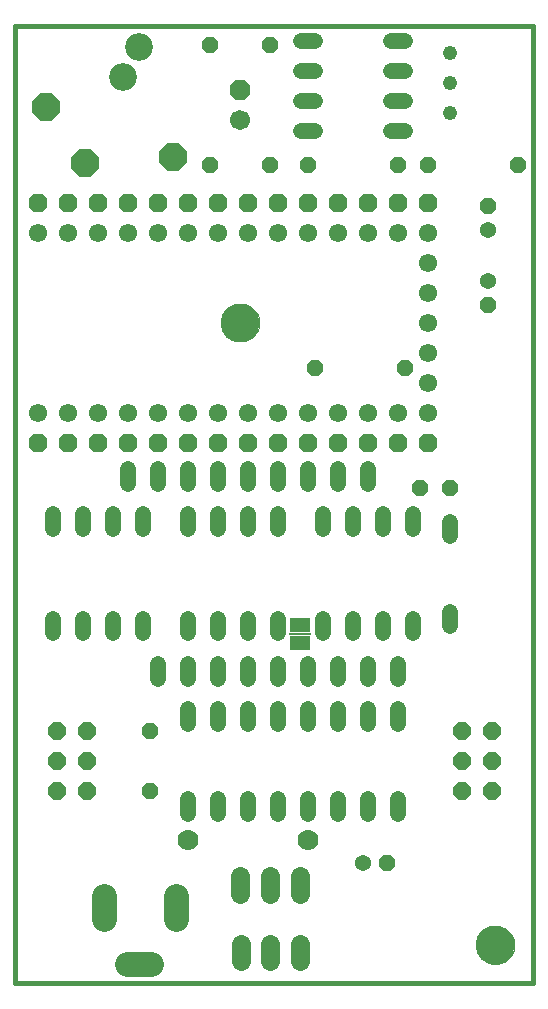
<source format=gts>
G75*
%MOIN*%
%OFA0B0*%
%FSLAX24Y24*%
%IPPOS*%
%LPD*%
%AMOC8*
5,1,8,0,0,1.08239X$1,22.5*
%
%ADD10C,0.0160*%
%ADD11C,0.0000*%
%ADD12C,0.1300*%
%ADD13OC8,0.0520*%
%ADD14OC8,0.0925*%
%ADD15C,0.0925*%
%ADD16C,0.0520*%
%ADD17OC8,0.0670*%
%ADD18C,0.0670*%
%ADD19OC8,0.0540*%
%ADD20C,0.0540*%
%ADD21C,0.0610*%
%ADD22C,0.0827*%
%ADD23C,0.0640*%
%ADD24OC8,0.0580*%
%ADD25C,0.0631*%
%ADD26C,0.0700*%
%ADD27OC8,0.0631*%
%ADD28R,0.0670X0.0500*%
%ADD29R,0.0720X0.0060*%
%ADD30C,0.0490*%
D10*
X003260Y000595D02*
X003260Y032466D01*
X020505Y032466D01*
X020505Y000595D01*
X003260Y000595D01*
D11*
X010130Y022595D02*
X010132Y022645D01*
X010138Y022695D01*
X010148Y022744D01*
X010162Y022792D01*
X010179Y022839D01*
X010200Y022884D01*
X010225Y022928D01*
X010253Y022969D01*
X010285Y023008D01*
X010319Y023045D01*
X010356Y023079D01*
X010396Y023109D01*
X010438Y023136D01*
X010482Y023160D01*
X010528Y023181D01*
X010575Y023197D01*
X010623Y023210D01*
X010673Y023219D01*
X010722Y023224D01*
X010773Y023225D01*
X010823Y023222D01*
X010872Y023215D01*
X010921Y023204D01*
X010969Y023189D01*
X011015Y023171D01*
X011060Y023149D01*
X011103Y023123D01*
X011144Y023094D01*
X011183Y023062D01*
X011219Y023027D01*
X011251Y022989D01*
X011281Y022949D01*
X011308Y022906D01*
X011331Y022862D01*
X011350Y022816D01*
X011366Y022768D01*
X011378Y022719D01*
X011386Y022670D01*
X011390Y022620D01*
X011390Y022570D01*
X011386Y022520D01*
X011378Y022471D01*
X011366Y022422D01*
X011350Y022374D01*
X011331Y022328D01*
X011308Y022284D01*
X011281Y022241D01*
X011251Y022201D01*
X011219Y022163D01*
X011183Y022128D01*
X011144Y022096D01*
X011103Y022067D01*
X011060Y022041D01*
X011015Y022019D01*
X010969Y022001D01*
X010921Y021986D01*
X010872Y021975D01*
X010823Y021968D01*
X010773Y021965D01*
X010722Y021966D01*
X010673Y021971D01*
X010623Y021980D01*
X010575Y021993D01*
X010528Y022009D01*
X010482Y022030D01*
X010438Y022054D01*
X010396Y022081D01*
X010356Y022111D01*
X010319Y022145D01*
X010285Y022182D01*
X010253Y022221D01*
X010225Y022262D01*
X010200Y022306D01*
X010179Y022351D01*
X010162Y022398D01*
X010148Y022446D01*
X010138Y022495D01*
X010132Y022545D01*
X010130Y022595D01*
X018630Y001845D02*
X018632Y001895D01*
X018638Y001945D01*
X018648Y001994D01*
X018662Y002042D01*
X018679Y002089D01*
X018700Y002134D01*
X018725Y002178D01*
X018753Y002219D01*
X018785Y002258D01*
X018819Y002295D01*
X018856Y002329D01*
X018896Y002359D01*
X018938Y002386D01*
X018982Y002410D01*
X019028Y002431D01*
X019075Y002447D01*
X019123Y002460D01*
X019173Y002469D01*
X019222Y002474D01*
X019273Y002475D01*
X019323Y002472D01*
X019372Y002465D01*
X019421Y002454D01*
X019469Y002439D01*
X019515Y002421D01*
X019560Y002399D01*
X019603Y002373D01*
X019644Y002344D01*
X019683Y002312D01*
X019719Y002277D01*
X019751Y002239D01*
X019781Y002199D01*
X019808Y002156D01*
X019831Y002112D01*
X019850Y002066D01*
X019866Y002018D01*
X019878Y001969D01*
X019886Y001920D01*
X019890Y001870D01*
X019890Y001820D01*
X019886Y001770D01*
X019878Y001721D01*
X019866Y001672D01*
X019850Y001624D01*
X019831Y001578D01*
X019808Y001534D01*
X019781Y001491D01*
X019751Y001451D01*
X019719Y001413D01*
X019683Y001378D01*
X019644Y001346D01*
X019603Y001317D01*
X019560Y001291D01*
X019515Y001269D01*
X019469Y001251D01*
X019421Y001236D01*
X019372Y001225D01*
X019323Y001218D01*
X019273Y001215D01*
X019222Y001216D01*
X019173Y001221D01*
X019123Y001230D01*
X019075Y001243D01*
X019028Y001259D01*
X018982Y001280D01*
X018938Y001304D01*
X018896Y001331D01*
X018856Y001361D01*
X018819Y001395D01*
X018785Y001432D01*
X018753Y001471D01*
X018725Y001512D01*
X018700Y001556D01*
X018679Y001601D01*
X018662Y001648D01*
X018648Y001696D01*
X018638Y001745D01*
X018632Y001795D01*
X018630Y001845D01*
D12*
X019260Y001845D03*
X010760Y022595D03*
D13*
X013260Y021095D03*
X016260Y021095D03*
X016760Y017095D03*
X017760Y017095D03*
X017010Y027845D03*
X016010Y027845D03*
X013010Y027845D03*
X011760Y027845D03*
X009760Y027845D03*
X009760Y031845D03*
X011760Y031845D03*
X020010Y027845D03*
X007760Y008970D03*
X007760Y006970D03*
D14*
X005570Y027915D03*
X004290Y029765D03*
X008520Y028125D03*
D15*
X006830Y030785D03*
X007380Y031775D03*
D16*
X012770Y031970D02*
X013250Y031970D01*
X013250Y030970D02*
X012770Y030970D01*
X012770Y029970D02*
X013250Y029970D01*
X013250Y028970D02*
X012770Y028970D01*
X015770Y028970D02*
X016250Y028970D01*
X016250Y029970D02*
X015770Y029970D01*
X015770Y030970D02*
X016250Y030970D01*
X016250Y031970D02*
X015770Y031970D01*
X015010Y017710D02*
X015010Y017230D01*
X015510Y016200D02*
X015510Y015720D01*
X016510Y015720D02*
X016510Y016200D01*
X017760Y015960D02*
X017760Y015480D01*
X017760Y012960D02*
X017760Y012480D01*
X016510Y012720D02*
X016510Y012240D01*
X016010Y011210D02*
X016010Y010730D01*
X016010Y009710D02*
X016010Y009230D01*
X015010Y009230D02*
X015010Y009710D01*
X015010Y010730D02*
X015010Y011210D01*
X015510Y012240D02*
X015510Y012720D01*
X014510Y012720D02*
X014510Y012240D01*
X014010Y011210D02*
X014010Y010730D01*
X014010Y009710D02*
X014010Y009230D01*
X013010Y009230D02*
X013010Y009710D01*
X013010Y010730D02*
X013010Y011210D01*
X013510Y012240D02*
X013510Y012720D01*
X012010Y012720D02*
X012010Y012240D01*
X012010Y011210D02*
X012010Y010730D01*
X012010Y009710D02*
X012010Y009230D01*
X011010Y009230D02*
X011010Y009710D01*
X011010Y010730D02*
X011010Y011210D01*
X011010Y012240D02*
X011010Y012720D01*
X010010Y012720D02*
X010010Y012240D01*
X010010Y011210D02*
X010010Y010730D01*
X010010Y009710D02*
X010010Y009230D01*
X009010Y009230D02*
X009010Y009710D01*
X009010Y010730D02*
X009010Y011210D01*
X009010Y012240D02*
X009010Y012720D01*
X008010Y011210D02*
X008010Y010730D01*
X007510Y012240D02*
X007510Y012720D01*
X006510Y012720D02*
X006510Y012240D01*
X005510Y012240D02*
X005510Y012720D01*
X004510Y012720D02*
X004510Y012240D01*
X004510Y015720D02*
X004510Y016200D01*
X005510Y016200D02*
X005510Y015720D01*
X006510Y015720D02*
X006510Y016200D01*
X007010Y017230D02*
X007010Y017710D01*
X008010Y017710D02*
X008010Y017230D01*
X007510Y016200D02*
X007510Y015720D01*
X009010Y015720D02*
X009010Y016200D01*
X009010Y017230D02*
X009010Y017710D01*
X010010Y017710D02*
X010010Y017230D01*
X010010Y016200D02*
X010010Y015720D01*
X011010Y015720D02*
X011010Y016200D01*
X011010Y017230D02*
X011010Y017710D01*
X012010Y017710D02*
X012010Y017230D01*
X012010Y016200D02*
X012010Y015720D01*
X013010Y017230D02*
X013010Y017710D01*
X014010Y017710D02*
X014010Y017230D01*
X014510Y016200D02*
X014510Y015720D01*
X013510Y015720D02*
X013510Y016200D01*
X014010Y006710D02*
X014010Y006230D01*
X015010Y006230D02*
X015010Y006710D01*
X016010Y006710D02*
X016010Y006230D01*
X013010Y006230D02*
X013010Y006710D01*
X012010Y006710D02*
X012010Y006230D01*
X011010Y006230D02*
X011010Y006710D01*
X010010Y006710D02*
X010010Y006230D01*
X009010Y006230D02*
X009010Y006710D01*
D17*
X010760Y030345D03*
D18*
X010760Y029345D03*
D19*
X019010Y026495D03*
X019010Y023195D03*
X015660Y004595D03*
D20*
X014860Y004595D03*
X019010Y023995D03*
X019010Y025695D03*
D21*
X017010Y025595D03*
X017010Y024595D03*
X017010Y023595D03*
X017010Y022595D03*
X017010Y021595D03*
X017010Y020595D03*
X017010Y019595D03*
X016010Y019595D03*
X015010Y019595D03*
X014010Y019595D03*
X013010Y019595D03*
X012010Y019595D03*
X011010Y019595D03*
X010010Y019595D03*
X009010Y019595D03*
X008010Y019595D03*
X007010Y019595D03*
X006010Y019595D03*
X005010Y019595D03*
X004010Y019595D03*
X004010Y025595D03*
X005010Y025595D03*
X006010Y025595D03*
X007010Y025595D03*
X008010Y025595D03*
X009010Y025595D03*
X010010Y025595D03*
X011010Y025595D03*
X012010Y025595D03*
X013010Y025595D03*
X014010Y025595D03*
X015010Y025595D03*
X016010Y025595D03*
D22*
X008605Y003489D02*
X008605Y002701D01*
X007778Y001205D02*
X006991Y001205D01*
X006203Y002701D02*
X006203Y003489D01*
D23*
X010760Y003545D02*
X010760Y004145D01*
X011760Y004145D02*
X011760Y003545D01*
X012760Y003545D02*
X012760Y004145D01*
D24*
X018135Y006970D03*
X018135Y007970D03*
X018135Y008970D03*
X019135Y008970D03*
X019135Y007970D03*
X019135Y006970D03*
X005635Y006970D03*
X005635Y007970D03*
X005635Y008970D03*
X004635Y008970D03*
X004635Y007970D03*
X004635Y006970D03*
D25*
X010775Y001890D02*
X010775Y001300D01*
X011760Y001300D02*
X011760Y001890D01*
X012744Y001890D02*
X012744Y001300D01*
D26*
X013010Y005345D03*
X009010Y005345D03*
D27*
X009010Y018595D03*
X010010Y018595D03*
X011010Y018595D03*
X012010Y018595D03*
X013010Y018595D03*
X014010Y018595D03*
X015010Y018595D03*
X016010Y018595D03*
X017010Y018595D03*
X017010Y026595D03*
X016010Y026595D03*
X015010Y026595D03*
X014010Y026595D03*
X013010Y026595D03*
X012010Y026595D03*
X011010Y026595D03*
X010010Y026595D03*
X009010Y026595D03*
X008010Y026595D03*
X007010Y026595D03*
X006010Y026595D03*
X005010Y026595D03*
X004010Y026595D03*
X004010Y018595D03*
X005010Y018595D03*
X006010Y018595D03*
X007010Y018595D03*
X008010Y018595D03*
D28*
X012760Y012520D03*
X012760Y011920D03*
D29*
X012760Y012220D03*
D30*
X017760Y029595D03*
X017760Y030595D03*
X017760Y031595D03*
M02*

</source>
